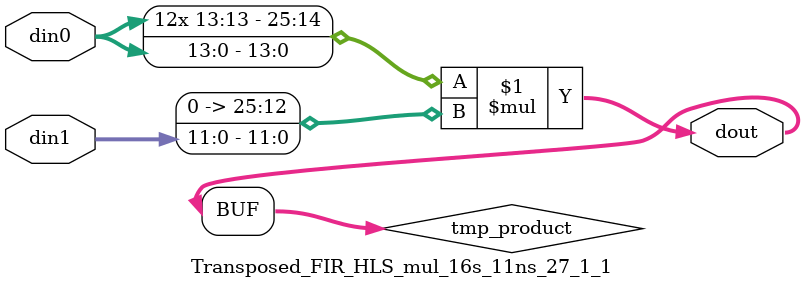
<source format=v>

`timescale 1 ns / 1 ps

 module Transposed_FIR_HLS_mul_16s_11ns_27_1_1(din0, din1, dout);
parameter ID = 1;
parameter NUM_STAGE = 0;
parameter din0_WIDTH = 14;
parameter din1_WIDTH = 12;
parameter dout_WIDTH = 26;

input [din0_WIDTH - 1 : 0] din0; 
input [din1_WIDTH - 1 : 0] din1; 
output [dout_WIDTH - 1 : 0] dout;

wire signed [dout_WIDTH - 1 : 0] tmp_product;


























assign tmp_product = $signed(din0) * $signed({1'b0, din1});









assign dout = tmp_product;





















endmodule

</source>
